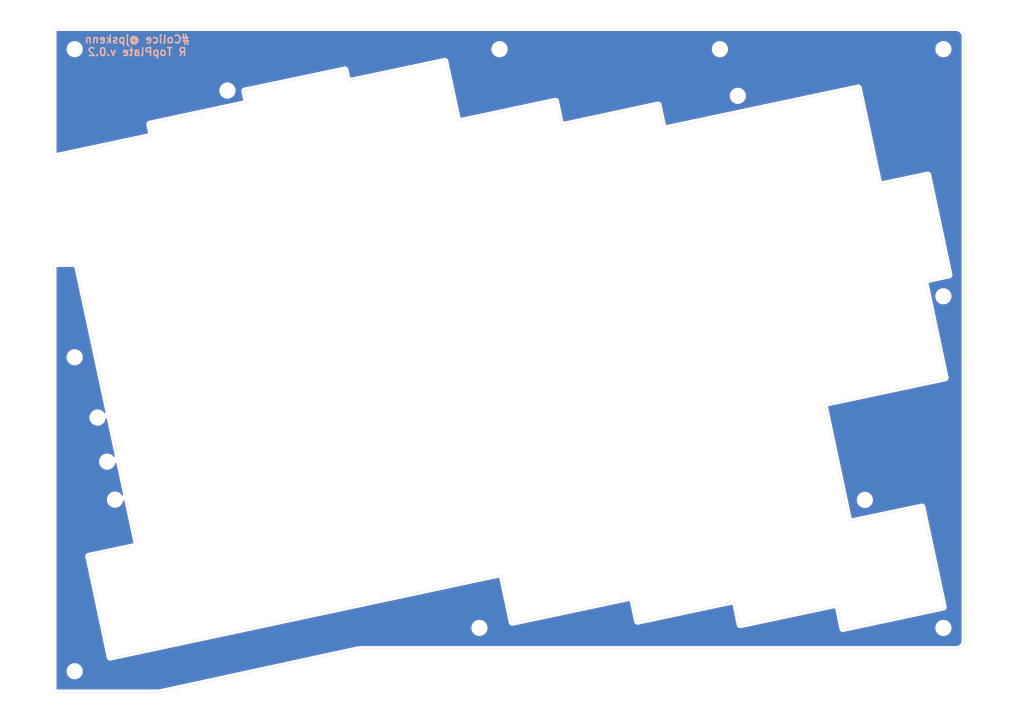
<source format=kicad_pcb>
(kicad_pcb (version 20171130) (host pcbnew "(5.1.5-0-10_14)")
  (layers (0 F.Cu signal) (31 B.Cu signal) (34 B.Paste user) (35 F.Paste user) (36 B.SilkS user) (37 F.SilkS user) (38 B.Mask user) (39 F.Mask user) (44 Edge.Cuts user))
  (net 0 "")
  (module MountingHole:MountingHole_2.1mm (layer B.Cu) (at 230.15 37.48)
    (fp_text reference REF** hide)
    (fp_text value MountingHole_2.1mm)
    (pad "" np_thru_hole circle (at 0 0) (size 2.1 2.1) (drill 2.1) (layers *.Cu *.Mask))
  )
  (module MountingHole:MountingHole_2.1mm (layer B.Cu) (at 215.14 123.71)
    (fp_text reference REF** hide)
    (fp_text value MountingHole_2.1mm)
    (pad "" np_thru_hole circle (at 0 0) (size 2.1 2.1) (drill 2.1) (layers *.Cu *.Mask))
  )
  (module MountingHole:MountingHole_2.1mm (layer B.Cu) (at 230.15 148.21)
    (fp_text reference REF** hide)
    (fp_text value MountingHole_2.1mm)
    (pad "" np_thru_hole circle (at 0 0) (size 2.1 2.1) (drill 2.1) (layers *.Cu *.Mask))
  )
  (module MountingHole:MountingHole_2.1mm (layer B.Cu) (at 141.45 148.2)
    (fp_text reference REF** hide)
    (fp_text value MountingHole_2.1mm)
    (pad "" np_thru_hole circle (at 0 0) (size 2.1 2.1) (drill 2.1) (layers *.Cu *.Mask))
  )
  (module MountingHole:MountingHole_2.1mm (layer B.Cu) (at 64.08 156.49)
    (fp_text reference REF** hide)
    (fp_text value MountingHole_2.1mm)
    (pad "" np_thru_hole circle (at 0 0) (size 2.1 2.1) (drill 2.1) (layers *.Cu *.Mask))
  )
  (module MountingHole:MountingHole_2.1mm (layer B.Cu) (at 71.79 123.66)
    (fp_text reference REF** hide)
    (fp_text value MountingHole_2.1mm)
    (pad "" np_thru_hole circle (at 0 0) (size 2.1 2.1) (drill 2.1) (layers *.Cu *.Mask))
  )
  (module MountingHole:MountingHole_2.1mm (layer B.Cu) (at 70.28 116.39)
    (fp_text reference REF** hide)
    (fp_text value MountingHole_2.1mm)
    (pad "" np_thru_hole circle (at 0 0) (size 2.1 2.1) (drill 2.1) (layers *.Cu *.Mask))
  )
  (module MountingHole:MountingHole_2.1mm (layer B.Cu) (at 68.45 107.96)
    (fp_text reference REF** hide)
    (fp_text value MountingHole_2.1mm)
    (pad "" np_thru_hole circle (at 0 0) (size 2.1 2.1) (drill 2.1) (layers *.Cu *.Mask))
  )
  (module MountingHole:MountingHole_2.1mm (layer B.Cu) (at 64.07 96.43)
    (fp_text reference REF** hide)
    (fp_text value MountingHole_2.1mm)
    (pad "" np_thru_hole circle (at 0 0) (size 2.1 2.1) (drill 2.1) (layers *.Cu *.Mask))
  )
  (module MountingHole:MountingHole_2.1mm (layer B.Cu) (at 64.08 37.49)
    (fp_text reference REF** hide)
    (fp_text value MountingHole_2.1mm)
    (pad "" np_thru_hole circle (at 0 0) (size 2.1 2.1) (drill 2.1) (layers *.Cu *.Mask))
  )
  (module MountingHole:MountingHole_2.1mm (layer B.Cu) (at 93.28 45.41)
    (fp_text reference REF** hide)
    (fp_text value MountingHole_2.1mm)
    (pad "" np_thru_hole circle (at 0 0) (size 2.1 2.1) (drill 2.1) (layers *.Cu *.Mask))
  )
  (module MountingHole:MountingHole_2.1mm (layer B.Cu) (at 145.3 37.49)
    (fp_text reference REF** hide)
    (fp_text value MountingHole_2.1mm)
    (pad "" np_thru_hole circle (at 0 0) (size 2.1 2.1) (drill 2.1) (layers *.Cu *.Mask))
  )
  (module MountingHole:MountingHole_2.1mm (layer B.Cu) (at 190.85 46.41)
    (fp_text reference REF** hide)
    (fp_text value MountingHole_2.1mm)
    (pad "" np_thru_hole circle (at 0 0) (size 2.1 2.1) (drill 2.1) (layers *.Cu *.Mask))
  )
  (module MountingHole:MountingHole_2.1mm (layer B.Cu) (at 187.42 37.49)
    (fp_text reference REF** hide)
    (fp_text value MountingHole_2.1mm)
    (pad "" np_thru_hole circle (at 0 0) (size 2.1 2.1) (drill 2.1) (layers *.Cu *.Mask))
  )
  (module MountingHole:MountingHole_2.1mm (layer B.Cu) (at 230.15 84.76)
    (fp_text reference REF** hide)
    (fp_text value MountingHole_2.1mm)
    (pad "" np_thru_hole circle (at 0 0) (size 2.1 2.1) (drill 2.1) (layers *.Cu *.Mask))
  )
  (gr_text "#Colice @jpskenn\nR TopPlate v.0.2" (at 76.01 36.81) (layer B.SilkS) (effects (font (size 1.5 1.5) (thickness 0.3)) (justify mirror)))
  (gr_curve (pts (xy 142.446526 148.205649) (xy 142.446526 147.653622) (xy 141.997793 147.205736) (xy 141.44492 147.205736)) (layer Edge.Cuts) (width 0.05))
  (gr_curve (pts (xy 230.622626 100.320892) (xy 230.640406 100.407252) (xy 230.585373 100.492173) (xy 230.499013 100.510546)) (layer Edge.Cuts) (width 0.05))
  (gr_curve (pts (xy 226.732193 81.958978) (xy 227.09118 83.653327) (xy 230.262793 98.623749) (xy 230.622626 100.320892)) (layer Edge.Cuts) (width 0.05))
  (gr_curve (pts (xy 175.75778 48.146328) (xy 175.911026 48.854396) (xy 176.539253 51.759986) (xy 176.691653 52.467292)) (layer Edge.Cuts) (width 0.05))
  (gr_curve (pts (xy 175.568126 48.023646) (xy 175.654486 48.005104) (xy 175.739153 48.060053) (xy 175.75778 48.146328)) (layer Edge.Cuts) (width 0.05))
  (gr_curve (pts (xy 176.881306 52.589974) (xy 179.388286 52.05886) (xy 211.329633 45.291792) (xy 213.84 44.76)) (layer Edge.Cuts) (width 0.05))
  (gr_curve (pts (xy 176.691653 52.467292) (xy 176.71028 52.553398) (xy 176.794946 52.608262) (xy 176.881306 52.589974)) (layer Edge.Cuts) (width 0.05))
  (gr_curve (pts (xy 96.867073 47.676005) (xy 96.889933 47.640191) (xy 96.897552 47.596672) (xy 96.88824 47.555101)) (layer Edge.Cuts) (width 0.05))
  (gr_curve (pts (xy 231.356686 80.632844) (xy 231.374465 80.719034) (xy 231.319433 80.803786) (xy 231.23392 80.822412)) (layer Edge.Cuts) (width 0.05))
  (gr_curve (pts (xy 227.305386 61.542881) (xy 227.673685 63.278971) (xy 230.988386 78.90031) (xy 231.356686 80.632844)) (layer Edge.Cuts) (width 0.05))
  (gr_curve (pts (xy 226.85496 81.769409) (xy 226.7686 81.788036) (xy 226.713566 81.872787) (xy 226.732193 81.958978)) (layer Edge.Cuts) (width 0.05))
  (gr_curve (pts (xy 231.23392 80.822412) (xy 230.520179 80.97676) (xy 227.567853 81.615146) (xy 226.85496 81.769409)) (layer Edge.Cuts) (width 0.05))
  (gr_curve (pts (xy 96.569045 45.342168) (xy 98.314026 44.975308) (xy 113.973126 41.683806) (xy 115.711333 41.31847)) (layer Edge.Cuts) (width 0.05))
  (gr_curve (pts (xy 96.88824 47.555101) (xy 96.795106 47.12982) (xy 96.539413 45.958965) (xy 96.445433 45.532922)) (layer Edge.Cuts) (width 0.05))
  (gr_curve (pts (xy 157.27674 51.948116) (xy 158.971766 51.584557) (xy 173.87564 48.386697) (xy 175.568126 48.023646)) (layer Edge.Cuts) (width 0.05))
  (gr_curve (pts (xy 157.156513 51.926018) (xy 157.192073 51.949047) (xy 157.235253 51.95709) (xy 157.27674 51.948116)) (layer Edge.Cuts) (width 0.05))
  (gr_curve (pts (xy 227.236806 61.441958) (xy 227.272365 61.465072) (xy 227.29692 61.501394) (xy 227.305386 61.542881)) (layer Edge.Cuts) (width 0.05))
  (gr_curve (pts (xy 227.115732 61.419606) (xy 227.15722 61.410801) (xy 227.201246 61.418844) (xy 227.236806 61.441958)) (layer Edge.Cuts) (width 0.05))
  (gr_curve (pts (xy 96.467446 45.411849) (xy 96.491153 45.376035) (xy 96.52756 45.350889) (xy 96.569045 45.342168)) (layer Edge.Cuts) (width 0.05))
  (gr_curve (pts (xy 157.087086 51.82501) (xy 157.095553 51.866582) (xy 157.120953 51.902904) (xy 157.156513 51.926018)) (layer Edge.Cuts) (width 0.05))
  (gr_curve (pts (xy 156.15152 47.431149) (xy 156.30392 48.14726) (xy 156.934686 51.108222) (xy 157.087086 51.82501)) (layer Edge.Cuts) (width 0.05))
  (gr_curve (pts (xy 96.445433 45.532922) (xy 96.436966 45.491266) (xy 96.444586 45.447663) (xy 96.467446 45.411849)) (layer Edge.Cuts) (width 0.05))
  (gr_curve (pts (xy 230.147646 149.206409) (xy 230.701366 149.206409) (xy 231.1501 148.758522) (xy 231.1501 148.205649)) (layer Edge.Cuts) (width 0.05))
  (gr_line (start 64.07398 157.489349) (end 64.07398 157.489349) (layer Edge.Cuts) (width 0.05))
  (gr_curve (pts (xy 229.149426 148.205649) (xy 229.149426 148.758522) (xy 229.59816 149.206409) (xy 230.147646 149.206409)) (layer Edge.Cuts) (width 0.05))
  (gr_curve (pts (xy 141.44492 149.206409) (xy 141.997793 149.206409) (xy 142.446526 148.758522) (xy 142.446526 148.205649)) (layer Edge.Cuts) (width 0.05))
  (gr_curve (pts (xy 231.1501 148.205649) (xy 231.1501 147.653622) (xy 230.701366 147.205736) (xy 230.147646 147.205736)) (layer Edge.Cuts) (width 0.05))
  (gr_curve (pts (xy 214.136333 123.711582) (xy 214.136333 124.264456) (xy 214.58422 124.712342) (xy 215.134553 124.712342)) (layer Edge.Cuts) (width 0.05))
  (gr_curve (pts (xy 215.134553 122.711669) (xy 214.58422 122.711669) (xy 214.136333 123.160402) (xy 214.136333 123.711582)) (layer Edge.Cuts) (width 0.05))
  (gr_curve (pts (xy 155.961866 47.307959) (xy 156.048226 47.289586) (xy 156.13374 47.344704) (xy 156.15152 47.431149)) (layer Edge.Cuts) (width 0.05))
  (gr_curve (pts (xy 137.602746 51.209822) (xy 139.29862 50.849396) (xy 154.2643 47.668639) (xy 155.961866 47.307959)) (layer Edge.Cuts) (width 0.05))
  (gr_curve (pts (xy 78.578226 54.027275) (xy 78.664586 54.008902) (xy 78.71962 53.924151) (xy 78.700993 53.837791)) (layer Edge.Cuts) (width 0.05))
  (gr_curve (pts (xy 78.408046 51.673372) (xy 80.102226 51.310745) (xy 95.06452 48.109668) (xy 96.765472 47.74577)) (layer Edge.Cuts) (width 0.05))
  (gr_curve (pts (xy 78.284433 51.862856) (xy 78.266653 51.776581) (xy 78.321686 51.69183) (xy 78.408046 51.673372)) (layer Edge.Cuts) (width 0.05))
  (gr_curve (pts (xy 137.413093 51.086886) (xy 137.43172 51.173162) (xy 137.516386 51.228195) (xy 137.602746 51.209822)) (layer Edge.Cuts) (width 0.05))
  (gr_curve (pts (xy 134.99332 39.79811) (xy 135.26764 41.076238) (xy 137.138773 49.808166) (xy 137.413093 51.086886)) (layer Edge.Cuts) (width 0.05))
  (gr_curve (pts (xy 96.765472 47.74577) (xy 96.807806 47.73688) (xy 96.844213 47.711734) (xy 96.867073 47.676005)) (layer Edge.Cuts) (width 0.05))
  (gr_line (start 232.54964 33.489089) (end 60.715253 33.489089) (layer Edge.Cuts) (width 0.05))
  (gr_curve (pts (xy 63.07576 96.430374) (xy 63.07576 96.983248) (xy 63.523646 97.430542) (xy 64.07398 97.430542)) (layer Edge.Cuts) (width 0.05))
  (gr_curve (pts (xy 64.07398 95.430545) (xy 63.523646 95.430545) (xy 63.07576 95.878516) (xy 63.07576 96.430374)) (layer Edge.Cuts) (width 0.05))
  (gr_curve (pts (xy 65.075586 96.430374) (xy 65.075586 95.878516) (xy 64.626853 95.430545) (xy 64.07398 95.430545)) (layer Edge.Cuts) (width 0.05))
  (gr_curve (pts (xy 64.07398 97.430542) (xy 64.626853 97.430542) (xy 65.075586 96.983248) (xy 65.075586 96.430374)) (layer Edge.Cuts) (width 0.05))
  (gr_line (start 70.285126 117.387829) (end 70.285126 117.387829) (layer Edge.Cuts) (width 0.05))
  (gr_curve (pts (xy 233.681632 151.737096) (xy 233.981353 151.437376) (xy 234.149839 151.030129) (xy 234.149839 150.605949)) (layer Edge.Cuts) (width 0.05))
  (gr_line (start 230.147646 149.206409) (end 230.147646 149.206409) (layer Edge.Cuts) (width 0.05))
  (gr_curve (pts (xy 140.4467 148.205649) (xy 140.4467 148.758522) (xy 140.895433 149.206409) (xy 141.44492 149.206409)) (layer Edge.Cuts) (width 0.05))
  (gr_curve (pts (xy 63.07576 156.488589) (xy 63.07576 157.041462) (xy 63.523646 157.489349) (xy 64.07398 157.489349)) (layer Edge.Cuts) (width 0.05))
  (gr_curve (pts (xy 216.13616 123.711582) (xy 216.13616 123.160402) (xy 215.687426 122.711669) (xy 215.134553 122.711669)) (layer Edge.Cuts) (width 0.05))
  (gr_curve (pts (xy 215.134553 124.712342) (xy 215.687426 124.712342) (xy 216.13616 124.264456) (xy 216.13616 123.711582)) (layer Edge.Cuts) (width 0.05))
  (gr_curve (pts (xy 230.147646 83.759922) (xy 229.59816 83.759922) (xy 229.149426 84.207894) (xy 229.149426 84.759751)) (layer Edge.Cuts) (width 0.05))
  (gr_curve (pts (xy 231.1501 84.759751) (xy 231.1501 84.207894) (xy 230.701366 83.759922) (xy 230.147646 83.759922)) (layer Edge.Cuts) (width 0.05))
  (gr_curve (pts (xy 230.147646 85.759918) (xy 230.701366 85.759918) (xy 231.1501 85.312624) (xy 231.1501 84.759751)) (layer Edge.Cuts) (width 0.05))
  (gr_line (start 68.452093 108.955876) (end 68.452093 108.955876) (layer Edge.Cuts) (width 0.05))
  (gr_curve (pts (xy 231.1501 37.488912) (xy 231.1501 36.937054) (xy 230.701366 36.489083) (xy 230.147646 36.489083)) (layer Edge.Cuts) (width 0.05))
  (gr_curve (pts (xy 230.147646 38.489079) (xy 230.701366 38.489079) (xy 231.1501 38.041785) (xy 231.1501 37.488912)) (layer Edge.Cuts) (width 0.05))
  (gr_line (start 93.28144 46.413202) (end 93.28144 46.413202) (layer Edge.Cuts) (width 0.05))
  (gr_curve (pts (xy 189.853086 46.413032) (xy 189.853086 46.965906) (xy 190.30182 47.4132) (xy 190.851306 47.4132)) (layer Edge.Cuts) (width 0.05))
  (gr_curve (pts (xy 190.851306 45.413204) (xy 190.30182 45.413204) (xy 189.853086 45.861175) (xy 189.853086 46.413032)) (layer Edge.Cuts) (width 0.05))
  (gr_curve (pts (xy 190.851306 47.4132) (xy 191.405026 47.4132) (xy 191.852913 46.965906) (xy 191.852913 46.413032)) (layer Edge.Cuts) (width 0.05))
  (gr_line (start 64.07398 97.430542) (end 64.07398 97.430542) (layer Edge.Cuts) (width 0.05))
  (gr_curve (pts (xy 229.149426 84.759751) (xy 229.149426 85.312624) (xy 229.59816 85.759918) (xy 230.147646 85.759918)) (layer Edge.Cuts) (width 0.05))
  (gr_curve (pts (xy 64.07398 157.489349) (xy 64.626853 157.489349) (xy 65.075586 157.041462) (xy 65.075586 156.488589)) (layer Edge.Cuts) (width 0.05))
  (gr_curve (pts (xy 70.791433 123.655702) (xy 70.791433 124.208576) (xy 71.23932 124.655616) (xy 71.789653 124.655616)) (layer Edge.Cuts) (width 0.05))
  (gr_curve (pts (xy 71.789653 122.655789) (xy 71.23932 122.655789) (xy 70.791433 123.103676) (xy 70.791433 123.655702)) (layer Edge.Cuts) (width 0.05))
  (gr_curve (pts (xy 72.79126 123.655702) (xy 72.79126 123.103676) (xy 72.342526 122.655789) (xy 71.789653 122.655789)) (layer Edge.Cuts) (width 0.05))
  (gr_curve (pts (xy 71.789653 124.655616) (xy 72.342526 124.655616) (xy 72.79126 124.208576) (xy 72.79126 123.655702)) (layer Edge.Cuts) (width 0.05))
  (gr_line (start 141.44492 149.206409) (end 141.44492 149.206409) (layer Edge.Cuts) (width 0.05))
  (gr_curve (pts (xy 69.286906 116.387916) (xy 69.286906 116.940789) (xy 69.73564 117.387829) (xy 70.285126 117.387829)) (layer Edge.Cuts) (width 0.05))
  (gr_curve (pts (xy 70.285126 115.388002) (xy 69.73564 115.388002) (xy 69.286906 115.835889) (xy 69.286906 116.387916)) (layer Edge.Cuts) (width 0.05))
  (gr_curve (pts (xy 71.286733 116.387916) (xy 71.286733 115.835889) (xy 70.838 115.388002) (xy 70.285126 115.388002)) (layer Edge.Cuts) (width 0.05))
  (gr_curve (pts (xy 70.285126 117.387829) (xy 70.838 117.387829) (xy 71.286733 116.940789) (xy 71.286733 116.387916)) (layer Edge.Cuts) (width 0.05))
  (gr_line (start 215.134553 124.712342) (end 215.134553 124.712342) (layer Edge.Cuts) (width 0.05))
  (gr_curve (pts (xy 67.453873 107.955962) (xy 67.453873 108.508836) (xy 67.902606 108.955876) (xy 68.452093 108.955876)) (layer Edge.Cuts) (width 0.05))
  (gr_curve (pts (xy 68.452093 106.956049) (xy 67.902606 106.956049) (xy 67.453873 107.403936) (xy 67.453873 107.955962)) (layer Edge.Cuts) (width 0.05))
  (gr_curve (pts (xy 68.452093 108.955876) (xy 69.005813 108.955876) (xy 69.4537 108.508836) (xy 69.4537 107.955962)) (layer Edge.Cuts) (width 0.05))
  (gr_line (start 71.789653 124.655616) (end 71.789653 124.655616) (layer Edge.Cuts) (width 0.05))
  (gr_curve (pts (xy 218.130906 63.330194) (xy 219.24766 63.092789) (xy 225.99898 61.657181) (xy 227.115732 61.419606)) (layer Edge.Cuts) (width 0.05))
  (gr_curve (pts (xy 217.940406 63.207089) (xy 217.959033 63.293534) (xy 218.044546 63.348567) (xy 218.130906 63.330194)) (layer Edge.Cuts) (width 0.05))
  (gr_curve (pts (xy 134.803666 39.67509) (xy 134.890026 39.656886) (xy 134.974693 39.711835) (xy 134.99332 39.79811)) (layer Edge.Cuts) (width 0.05))
  (gr_curve (pts (xy 116.5072 43.543256) (xy 118.20138 43.184946) (xy 133.112026 40.032806) (xy 134.803666 39.67509)) (layer Edge.Cuts) (width 0.05))
  (gr_curve (pts (xy 64.07398 38.489079) (xy 64.626853 38.489079) (xy 65.075586 38.041785) (xy 65.075586 37.488912)) (layer Edge.Cuts) (width 0.05))
  (gr_line (start 190.851306 47.4132) (end 190.851306 47.4132) (layer Edge.Cuts) (width 0.05))
  (gr_curve (pts (xy 93.28144 44.413206) (xy 92.731953 44.413206) (xy 92.28322 44.861177) (xy 92.28322 45.413034)) (layer Edge.Cuts) (width 0.05))
  (gr_curve (pts (xy 94.283046 45.413034) (xy 94.283046 44.861177) (xy 93.834313 44.413206) (xy 93.28144 44.413206)) (layer Edge.Cuts) (width 0.05))
  (gr_curve (pts (xy 230.147646 36.489083) (xy 229.59816 36.489083) (xy 229.149426 36.937054) (xy 229.149426 37.488912)) (layer Edge.Cuts) (width 0.05))
  (gr_curve (pts (xy 64.07398 36.489083) (xy 63.523646 36.489083) (xy 63.07576 36.937054) (xy 63.07576 37.488912)) (layer Edge.Cuts) (width 0.05))
  (gr_curve (pts (xy 65.075586 37.488912) (xy 65.075586 36.937054) (xy 64.626853 36.489083) (xy 64.07398 36.489083)) (layer Edge.Cuts) (width 0.05))
  (gr_curve (pts (xy 60.075173 57.772759) (xy 60.075173 57.821104) (xy 60.097186 57.866739) (xy 60.13444 57.897134)) (layer Edge.Cuts) (width 0.05))
  (gr_curve (pts (xy 60.075173 34.129084) (xy 60.075173 37.760776) (xy 60.075173 55.688943) (xy 60.075173 57.772759)) (layer Edge.Cuts) (width 0.05))
  (gr_curve (pts (xy 234.149839 150.605949) (xy 234.149839 137.514789) (xy 234.149839 48.18028) (xy 234.149839 35.08912)) (layer Edge.Cuts) (width 0.05))
  (gr_curve (pts (xy 230.147646 147.205736) (xy 229.59816 147.205736) (xy 229.149426 147.653622) (xy 229.149426 148.205649)) (layer Edge.Cuts) (width 0.05))
  (gr_line (start 119.048046 152.206149) (end 232.54964 152.206149) (layer Edge.Cuts) (width 0.05))
  (gr_curve (pts (xy 64.07398 155.488676) (xy 63.523646 155.488676) (xy 63.07576 155.937409) (xy 63.07576 156.488589)) (layer Edge.Cuts) (width 0.05))
  (gr_curve (pts (xy 65.075586 156.488589) (xy 65.075586 155.937409) (xy 64.626853 155.488676) (xy 64.07398 155.488676)) (layer Edge.Cuts) (width 0.05))
  (gr_curve (pts (xy 233.681632 33.957719) (xy 233.381065 33.65766) (xy 232.97382 33.489089) (xy 232.54964 33.489089)) (layer Edge.Cuts) (width 0.05))
  (gr_curve (pts (xy 141.44492 147.205736) (xy 140.895433 147.205736) (xy 140.4467 147.653622) (xy 140.4467 148.205649)) (layer Edge.Cuts) (width 0.05))
  (gr_curve (pts (xy 234.149839 35.08912) (xy 234.149839 34.66477) (xy 233.981353 34.257778) (xy 233.681632 33.957719)) (layer Edge.Cuts) (width 0.05))
  (gr_curve (pts (xy 186.41308 37.488912) (xy 186.41308 38.041785) (xy 186.861813 38.489079) (xy 187.4113 38.489079)) (layer Edge.Cuts) (width 0.05))
  (gr_curve (pts (xy 92.28322 45.413034) (xy 92.28322 45.965908) (xy 92.731953 46.413202) (xy 93.28144 46.413202)) (layer Edge.Cuts) (width 0.05))
  (gr_curve (pts (xy 60.715253 33.489089) (xy 60.362193 33.489089) (xy 60.075173 33.775601) (xy 60.075173 34.129084)) (layer Edge.Cuts) (width 0.05))
  (gr_line (start 60.715253 33.489089) (end 60.715253 33.489089) (layer Edge.Cuts) (width 0.05))
  (gr_curve (pts (xy 207.62208 105.377185) (xy 207.53572 105.395558) (xy 207.480686 105.480563) (xy 207.498466 105.566923)) (layer Edge.Cuts) (width 0.05))
  (gr_curve (pts (xy 230.499013 100.510546) (xy 228.57708 100.919486) (xy 209.54486 104.96816) (xy 207.62208 105.377185)) (layer Edge.Cuts) (width 0.05))
  (gr_curve (pts (xy 116.317546 43.419727) (xy 116.326013 43.461214) (xy 116.350566 43.49762) (xy 116.386126 43.520819)) (layer Edge.Cuts) (width 0.05))
  (gr_curve (pts (xy 116.386126 43.520819) (xy 116.421686 43.543933) (xy 116.465713 43.552061) (xy 116.5072 43.543256)) (layer Edge.Cuts) (width 0.05))
  (gr_curve (pts (xy 60.13444 57.897134) (xy 60.17254 57.92753) (xy 60.221646 57.939298) (xy 60.26906 57.929308)) (layer Edge.Cuts) (width 0.05))
  (gr_curve (pts (xy 60.26906 57.929308) (xy 62.13342 57.531882) (xy 76.895053 54.386092) (xy 78.578226 54.027275)) (layer Edge.Cuts) (width 0.05))
  (gr_curve (pts (xy 115.711333 41.31847) (xy 115.797693 41.300351) (xy 115.88236 41.355638) (xy 115.900986 41.442083)) (layer Edge.Cuts) (width 0.05))
  (gr_curve (pts (xy 78.700993 53.837791) (xy 78.61294 53.419961) (xy 78.372486 52.280517) (xy 78.284433 51.862856)) (layer Edge.Cuts) (width 0.05))
  (gr_curve (pts (xy 64.44736 78.776188) (xy 64.431273 78.702359) (xy 64.36608 78.649696) (xy 64.290726 78.649696)) (layer Edge.Cuts) (width 0.05))
  (gr_curve (pts (xy 75.911226 132.247676) (xy 75.24998 129.161576) (xy 65.042566 81.553001) (xy 64.44736 78.776188)) (layer Edge.Cuts) (width 0.05))
  (gr_curve (pts (xy 75.889213 132.368749) (xy 75.912073 132.333189) (xy 75.92054 132.290009) (xy 75.911226 132.247676)) (layer Edge.Cuts) (width 0.05))
  (gr_curve (pts (xy 75.787613 132.438176) (xy 75.829946 132.429709) (xy 75.865506 132.404309) (xy 75.889213 132.368749)) (layer Edge.Cuts) (width 0.05))
  (gr_curve (pts (xy 66.747753 134.345716) (xy 67.86874 134.109496) (xy 74.664933 132.675242) (xy 75.787613 132.438176)) (layer Edge.Cuts) (width 0.05))
  (gr_curve (pts (xy 66.646153 134.415142) (xy 66.669013 134.379582) (xy 66.706266 134.355029) (xy 66.747753 134.345716)) (layer Edge.Cuts) (width 0.05))
  (gr_curve (pts (xy 66.62414 134.535369) (xy 66.614826 134.493882) (xy 66.623293 134.450702) (xy 66.646153 134.415142)) (layer Edge.Cuts) (width 0.05))
  (gr_curve (pts (xy 70.710153 153.807196) (xy 70.339313 152.061369) (xy 66.994133 136.281196) (xy 66.62414 134.535369)) (layer Edge.Cuts) (width 0.05))
  (gr_curve (pts (xy 70.77958 153.907949) (xy 70.74402 153.885089) (xy 70.71862 153.848682) (xy 70.710153 153.807196)) (layer Edge.Cuts) (width 0.05))
  (gr_curve (pts (xy 70.899806 153.930809) (xy 70.85832 153.939276) (xy 70.81514 153.931656) (xy 70.77958 153.907949)) (layer Edge.Cuts) (width 0.05))
  (gr_curve (pts (xy 145.464893 138.010089) (xy 141.79036 138.794949) (xy 74.577726 153.145102) (xy 70.899806 153.930809)) (layer Edge.Cuts) (width 0.05))
  (gr_curve (pts (xy 145.654546 138.133702) (xy 145.636766 138.047342) (xy 145.551253 137.992309) (xy 145.464893 138.010089)) (layer Edge.Cuts) (width 0.05))
  (gr_curve (pts (xy 147.5841 147.158322) (xy 147.344493 146.039029) (xy 145.894153 139.252996) (xy 145.654546 138.133702)) (layer Edge.Cuts) (width 0.05))
  (gr_curve (pts (xy 147.773753 147.281089) (xy 147.687393 147.299716) (xy 147.60188 147.244682) (xy 147.5841 147.158322)) (layer Edge.Cuts) (width 0.05))
  (gr_curve (pts (xy 170.412773 142.472869) (xy 168.50354 142.878422) (xy 149.68468 146.875536) (xy 147.773753 147.281089)) (layer Edge.Cuts) (width 0.05))
  (gr_curve (pts (xy 170.602426 142.595636) (xy 170.5838 142.509276) (xy 170.499133 142.455089) (xy 170.412773 142.472869)) (layer Edge.Cuts) (width 0.05))
  (gr_curve (pts (xy 171.539686 146.950042) (xy 171.38644 146.238842) (xy 170.755673 143.306836) (xy 170.602426 142.595636)) (layer Edge.Cuts) (width 0.05))
  (gr_curve (pts (xy 171.730186 147.072809) (xy 171.643826 147.091436) (xy 171.558313 147.036402) (xy 171.539686 146.950042)) (layer Edge.Cuts) (width 0.05))
  (gr_curve (pts (xy 190.068986 143.160362) (xy 188.367186 143.523582) (xy 173.424366 146.711282) (xy 171.730186 147.072809)) (layer Edge.Cuts) (width 0.05))
  (gr_curve (pts (xy 190.19006 143.182376) (xy 190.1545 143.159516) (xy 190.11132 143.151049) (xy 190.068986 143.160362)) (layer Edge.Cuts) (width 0.05))
  (gr_curve (pts (xy 190.259486 143.284822) (xy 190.25102 143.242489) (xy 190.22562 143.206082) (xy 190.19006 143.182376)) (layer Edge.Cuts) (width 0.05))
  (gr_curve (pts (xy 191.151026 147.612136) (xy 191.004553 146.901782) (xy 190.40596 143.996022) (xy 190.259486 143.284822)) (layer Edge.Cuts) (width 0.05))
  (gr_curve (pts (xy 191.220453 147.713736) (xy 191.184893 147.690876) (xy 191.159493 147.654469) (xy 191.151026 147.612136)) (layer Edge.Cuts) (width 0.05))
  (gr_curve (pts (xy 191.34068 147.736596) (xy 191.299193 147.745909) (xy 191.256013 147.737442) (xy 191.220453 147.713736)) (layer Edge.Cuts) (width 0.05))
  (gr_curve (pts (xy 209.691333 143.846162) (xy 207.99038 144.206842) (xy 193.041633 147.375916) (xy 191.34068 147.736596)) (layer Edge.Cuts) (width 0.05))
  (gr_curve (pts (xy 209.812406 143.869022) (xy 209.776 143.845316) (xy 209.73282 143.837696) (xy 209.691333 143.846162)) (layer Edge.Cuts) (width 0.05))
  (gr_curve (pts (xy 209.880986 143.970622) (xy 209.87252 143.928289) (xy 209.847966 143.891882) (xy 209.812406 143.869022)) (layer Edge.Cuts) (width 0.05))
  (gr_curve (pts (xy 210.780993 148.337729) (xy 210.633673 147.622296) (xy 210.028306 144.686056) (xy 209.880986 143.970622)) (layer Edge.Cuts) (width 0.05))
  (gr_curve (pts (xy 210.85042 148.439329) (xy 210.81486 148.416469) (xy 210.78946 148.380062) (xy 210.780993 148.337729)) (layer Edge.Cuts) (width 0.05))
  (gr_curve (pts (xy 210.971493 148.462189) (xy 210.92916 148.470656) (xy 210.88598 148.463036) (xy 210.85042 148.439329)) (layer Edge.Cuts) (width 0.05))
  (gr_curve (pts (xy 230.140873 144.373636) (xy 228.40182 144.744476) (xy 212.716473 148.089656) (xy 210.971493 148.462189)) (layer Edge.Cuts) (width 0.05))
  (gr_curve (pts (xy 230.26364 144.183982) (xy 230.282266 144.270342) (xy 230.227233 144.355009) (xy 230.140873 144.373636)) (layer Edge.Cuts) (width 0.05))
  (gr_curve (pts (xy 226.197946 125.062862) (xy 226.567093 126.798529) (xy 229.894493 142.447469) (xy 230.26364 144.183982)) (layer Edge.Cuts) (width 0.05))
  (gr_curve (pts (xy 226.008292 124.939249) (xy 226.094653 124.921469) (xy 226.17932 124.976502) (xy 226.197946 125.062862)) (layer Edge.Cuts) (width 0.05))
  (gr_curve (pts (xy 212.38458 127.805216) (xy 213.812906 127.504649) (xy 224.580812 125.239816) (xy 226.008292 124.939249)) (layer Edge.Cuts) (width 0.05))
  (gr_curve (pts (xy 212.194926 127.682449) (xy 212.213553 127.768809) (xy 212.29822 127.823842) (xy 212.38458 127.805216)) (layer Edge.Cuts) (width 0.05))
  (gr_curve (pts (xy 207.498466 105.566923) (xy 207.899786 107.453042) (xy 211.7953 125.796922) (xy 212.194926 127.682449)) (layer Edge.Cuts) (width 0.05))
  (gr_line (start 187.4113 38.489079) (end 187.4113 38.489079) (layer Edge.Cuts) (width 0.05))
  (gr_line (start 145.304873 38.489079) (end 145.304873 38.489079) (layer Edge.Cuts) (width 0.05))
  (gr_curve (pts (xy 63.07576 37.488912) (xy 63.07576 38.041785) (xy 63.523646 38.489079) (xy 64.07398 38.489079)) (layer Edge.Cuts) (width 0.05))
  (gr_curve (pts (xy 93.28144 46.413202) (xy 93.834313 46.413202) (xy 94.283046 45.965908) (xy 94.283046 45.413034)) (layer Edge.Cuts) (width 0.05))
  (gr_line (start 230.147646 85.759918) (end 230.147646 85.759918) (layer Edge.Cuts) (width 0.05))
  (gr_curve (pts (xy 69.4537 107.955962) (xy 69.4537 107.403936) (xy 69.005813 106.956049) (xy 68.452093 106.956049)) (layer Edge.Cuts) (width 0.05))
  (gr_curve (pts (xy 232.54964 152.206149) (xy 232.97382 152.206149) (xy 233.381065 152.037662) (xy 233.681632 151.737096)) (layer Edge.Cuts) (width 0.05))
  (gr_curve (pts (xy 117.689993 152.351776) (xy 118.136186 152.255256) (xy 118.591693 152.206149) (xy 119.048046 152.206149)) (layer Edge.Cuts) (width 0.05))
  (gr_curve (pts (xy 80.876926 160.343462) (xy 85.537826 159.331696) (xy 113.02994 153.363542) (xy 117.689993 152.351776)) (layer Edge.Cuts) (width 0.05))
  (gr_curve (pts (xy 79.51972 160.489089) (xy 79.976073 160.489089) (xy 80.430733 160.439982) (xy 80.876926 160.343462)) (layer Edge.Cuts) (width 0.05))
  (gr_curve (pts (xy 60.715253 160.489089) (xy 63.72092 160.489089) (xy 76.41584 160.489089) (xy 79.51972 160.489089)) (layer Edge.Cuts) (width 0.05))
  (gr_curve (pts (xy 60.263133 160.301976) (xy 60.382513 160.421356) (xy 60.54592 160.489089) (xy 60.715253 160.489089)) (layer Edge.Cuts) (width 0.05))
  (gr_curve (pts (xy 60.075173 159.849009) (xy 60.075173 160.019189) (xy 60.142906 160.181749) (xy 60.263133 160.301976)) (layer Edge.Cuts) (width 0.05))
  (gr_curve (pts (xy 60.075173 78.809716) (xy 60.075173 82.596772) (xy 60.075173 152.412736) (xy 60.075173 159.849009)) (layer Edge.Cuts) (width 0.05))
  (gr_curve (pts (xy 60.235193 78.649696) (xy 60.14714 78.649696) (xy 60.075173 78.721324) (xy 60.075173 78.809716)) (layer Edge.Cuts) (width 0.05))
  (gr_curve (pts (xy 64.290726 78.649696) (xy 63.6625 78.649696) (xy 60.928613 78.649696) (xy 60.235193 78.649696)) (layer Edge.Cuts) (width 0.05))
  (gr_curve (pts (xy 191.852913 46.413032) (xy 191.852913 45.861175) (xy 191.405026 45.413204) (xy 190.851306 45.413204)) (layer Edge.Cuts) (width 0.05))
  (gr_curve (pts (xy 187.4113 36.489083) (xy 186.861813 36.489083) (xy 186.41308 36.937054) (xy 186.41308 37.488912)) (layer Edge.Cuts) (width 0.05))
  (gr_curve (pts (xy 188.412906 37.488912) (xy 188.412906 36.937054) (xy 187.96502 36.489083) (xy 187.4113 36.489083)) (layer Edge.Cuts) (width 0.05))
  (gr_curve (pts (xy 187.4113 38.489079) (xy 187.96502 38.489079) (xy 188.412906 38.041785) (xy 188.412906 37.488912)) (layer Edge.Cuts) (width 0.05))
  (gr_line (start 230.147646 38.489079) (end 230.147646 38.489079) (layer Edge.Cuts) (width 0.05))
  (gr_curve (pts (xy 144.306653 37.488912) (xy 144.306653 38.041785) (xy 144.755386 38.489079) (xy 145.304873 38.489079)) (layer Edge.Cuts) (width 0.05))
  (gr_curve (pts (xy 145.304873 36.489083) (xy 144.755386 36.489083) (xy 144.306653 36.937054) (xy 144.306653 37.488912)) (layer Edge.Cuts) (width 0.05))
  (gr_curve (pts (xy 146.307326 37.488912) (xy 146.307326 36.937054) (xy 145.858593 36.489083) (xy 145.304873 36.489083)) (layer Edge.Cuts) (width 0.05))
  (gr_curve (pts (xy 145.304873 38.489079) (xy 145.858593 38.489079) (xy 146.307326 38.041785) (xy 146.307326 37.488912)) (layer Edge.Cuts) (width 0.05))
  (gr_line (start 64.07398 38.489079) (end 64.07398 38.489079) (layer Edge.Cuts) (width 0.05))
  (gr_curve (pts (xy 229.149426 37.488912) (xy 229.149426 38.041785) (xy 229.59816 38.489079) (xy 230.147646 38.489079)) (layer Edge.Cuts) (width 0.05))
  (gr_curve (pts (xy 115.900986 41.442083) (xy 115.98904 41.860506) (xy 116.228646 43.001135) (xy 116.317546 43.419727)) (layer Edge.Cuts) (width 0.05))
  (gr_curve (pts (xy 214.029653 44.883106) (xy 214.39118 46.577286) (xy 217.57888 61.512316) (xy 217.940406 63.207089)) (layer Edge.Cuts) (width 0.05))
  (gr_curve (pts (xy 213.84 44.76) (xy 213.92636 44.741712) (xy 214.011026 44.79683) (xy 214.029653 44.883106)) (layer Edge.Cuts) (width 0.05))
  (zone (net 0) (net_name "") (layer F.Cu) (connect_pads (clearance 0.508)) (min_thickness 0.254) (fill yes (arc_segments 32) (thermal_gap 0.508) (thermal_bridge_width 0.508))
    (polygon (pts (xy 244.43 31.09) (xy 238.87 161.31) (xy 52.34 163.62) (xy 52.11 29.01)))
  )
  (zone (net 0) (net_name "") (layer B.Cu) (connect_pads (clearance 0.508)) (min_thickness 0.254) (fill yes (arc_segments 32) (thermal_gap 0.508) (thermal_bridge_width 0.508))
    (polygon (pts (xy 245.58 29.01) (xy 239.1 162.7) (xy 49.8 164.09) (xy 51.42 28.08)))
  )
)
</source>
